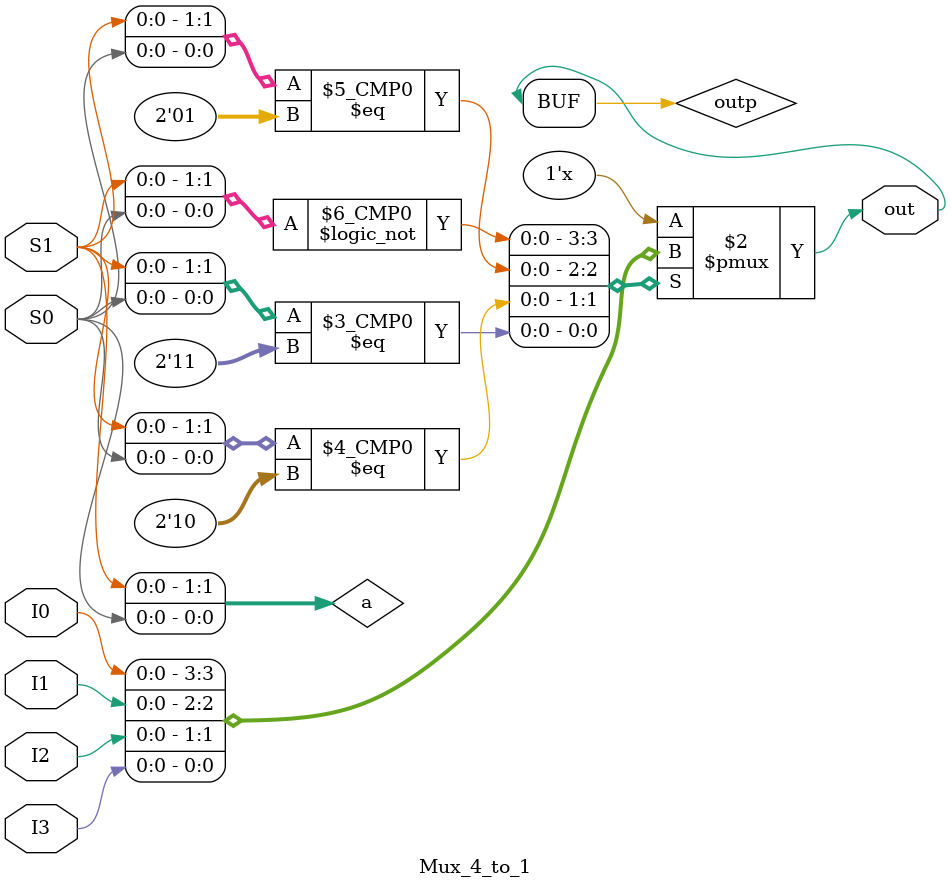
<source format=v>
/*
Instructions
-------------------
Students are not allowed to make any changes in the Module declaration.
This file is used to design 4:1 Multiplexer.

Recommended Quartus Version : 19.1
The submitted project file must be 19.1 compatible as the evaluation will be done on Quartus Prime Lite 19.1.

Warning: The error due to compatibility will not be entertained.
			Do not make any changes to Test_Bench_Vector.txt file. Violating will result into Disqualification.
-------------------
*/

//4:1 MUX design
//Inputs  : I3(MSB), I2, I1, I0(LSB) and Select Lines : S1(MSB), S0(LSB)
//Output  : out

//////////////////DO NOT MAKE ANY CHANGES IN MODULE//////////////////
module Mux_4_to_1(
	input		I3,       //INPUT I3(MSB)    
	input		I2,		 //INPUT I2
	input		I1,       //INPUT I1
	input		I0,		 //INPUT I0
	input		S1,       //SELECT INPUT S1(MSB)
	input		S0,		 //SELECT INPUT S0(LSB)	 
	output	out			 //OUTPUT out			 
);
////////////////////////WRITE YOUR CODE FROM HERE//////////////////// 
wire [1:0] a;
assign a = {S1,S0};
reg outp;
assign out = outp;

always @(*) begin
	case(a)
		2'b00:outp = I0;
		2'b01:outp = I1;
		2'b10:outp = I2;
		2'b11:outp = I3;
	endcase
end
	

////////////////////////YOUR CODE ENDS HERE//////////////////////////
endmodule
///////////////////////////////MODULE ENDS///////////////////////////

</source>
